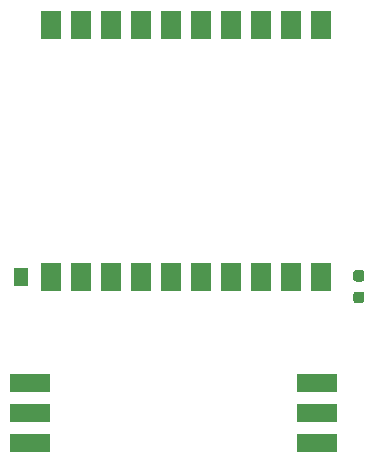
<source format=gbp>
G04 #@! TF.GenerationSoftware,KiCad,Pcbnew,5.1.10-88a1d61d58~90~ubuntu20.04.1*
G04 #@! TF.CreationDate,2021-08-08T16:04:40+03:00*
G04 #@! TF.ProjectId,GPS_keychain,4750535f-6b65-4796-9368-61696e2e6b69,rev?*
G04 #@! TF.SameCoordinates,Original*
G04 #@! TF.FileFunction,Paste,Bot*
G04 #@! TF.FilePolarity,Positive*
%FSLAX46Y46*%
G04 Gerber Fmt 4.6, Leading zero omitted, Abs format (unit mm)*
G04 Created by KiCad (PCBNEW 5.1.10-88a1d61d58~90~ubuntu20.04.1) date 2021-08-08 16:04:40*
%MOMM*%
%LPD*%
G01*
G04 APERTURE LIST*
%ADD10R,1.200000X1.600000*%
%ADD11R,1.800000X2.400000*%
%ADD12R,3.500000X1.500000*%
G04 APERTURE END LIST*
D10*
X202326240Y-133291580D03*
D11*
X204866240Y-133291580D03*
X207406240Y-133291580D03*
X209946240Y-133291580D03*
X212486240Y-133291580D03*
X215026240Y-133291580D03*
X217566240Y-133291580D03*
X222646240Y-133291580D03*
X225186240Y-133291580D03*
X227726240Y-133291580D03*
X227726240Y-111955580D03*
X225186240Y-111955580D03*
X222646240Y-111955580D03*
X220106240Y-111955580D03*
X217566240Y-111955580D03*
X215026240Y-111955580D03*
X212486240Y-111955580D03*
X209946240Y-111955580D03*
X207406240Y-111955580D03*
X204866240Y-111955580D03*
X220106240Y-133291580D03*
G36*
G01*
X231137500Y-133662500D02*
X230662500Y-133662500D01*
G75*
G02*
X230425000Y-133425000I0J237500D01*
G01*
X230425000Y-132925000D01*
G75*
G02*
X230662500Y-132687500I237500J0D01*
G01*
X231137500Y-132687500D01*
G75*
G02*
X231375000Y-132925000I0J-237500D01*
G01*
X231375000Y-133425000D01*
G75*
G02*
X231137500Y-133662500I-237500J0D01*
G01*
G37*
G36*
G01*
X231137500Y-135487500D02*
X230662500Y-135487500D01*
G75*
G02*
X230425000Y-135250000I0J237500D01*
G01*
X230425000Y-134750000D01*
G75*
G02*
X230662500Y-134512500I237500J0D01*
G01*
X231137500Y-134512500D01*
G75*
G02*
X231375000Y-134750000I0J-237500D01*
G01*
X231375000Y-135250000D01*
G75*
G02*
X231137500Y-135487500I-237500J0D01*
G01*
G37*
D12*
X203046000Y-142260000D03*
X203046000Y-144800000D03*
X203046000Y-147340000D03*
X227354000Y-142260000D03*
X227354000Y-144800000D03*
X227354000Y-147340000D03*
M02*

</source>
